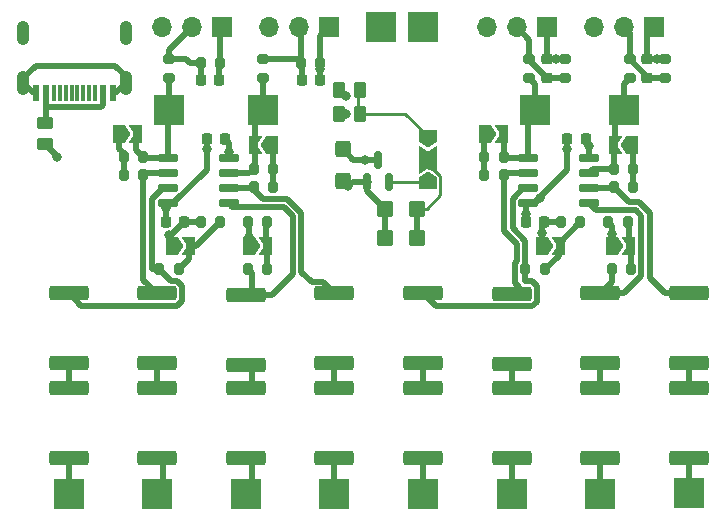
<source format=gbr>
%TF.GenerationSoftware,KiCad,Pcbnew,(6.0.4)*%
%TF.CreationDate,2023-01-21T01:53:35+00:00*%
%TF.ProjectId,Diff_probe,44696666-5f70-4726-9f62-652e6b696361,rev?*%
%TF.SameCoordinates,Original*%
%TF.FileFunction,Copper,L1,Top*%
%TF.FilePolarity,Positive*%
%FSLAX46Y46*%
G04 Gerber Fmt 4.6, Leading zero omitted, Abs format (unit mm)*
G04 Created by KiCad (PCBNEW (6.0.4)) date 2023-01-21 01:53:35*
%MOMM*%
%LPD*%
G01*
G04 APERTURE LIST*
G04 Aperture macros list*
%AMRoundRect*
0 Rectangle with rounded corners*
0 $1 Rounding radius*
0 $2 $3 $4 $5 $6 $7 $8 $9 X,Y pos of 4 corners*
0 Add a 4 corners polygon primitive as box body*
4,1,4,$2,$3,$4,$5,$6,$7,$8,$9,$2,$3,0*
0 Add four circle primitives for the rounded corners*
1,1,$1+$1,$2,$3*
1,1,$1+$1,$4,$5*
1,1,$1+$1,$6,$7*
1,1,$1+$1,$8,$9*
0 Add four rect primitives between the rounded corners*
20,1,$1+$1,$2,$3,$4,$5,0*
20,1,$1+$1,$4,$5,$6,$7,0*
20,1,$1+$1,$6,$7,$8,$9,0*
20,1,$1+$1,$8,$9,$2,$3,0*%
%AMFreePoly0*
4,1,6,1.000000,0.000000,0.500000,-0.750000,-0.500000,-0.750000,-0.500000,0.750000,0.500000,0.750000,1.000000,0.000000,1.000000,0.000000,$1*%
%AMFreePoly1*
4,1,7,0.700000,0.000000,1.200000,-0.750000,-1.200000,-0.750000,-0.700000,0.000000,-1.200000,0.750000,1.200000,0.750000,0.700000,0.000000,0.700000,0.000000,$1*%
%AMFreePoly2*
4,1,6,0.500000,-0.750000,-0.650000,-0.750000,-0.150000,0.000000,-0.650000,0.750000,0.500000,0.750000,0.500000,-0.750000,0.500000,-0.750000,$1*%
G04 Aperture macros list end*
%TA.AperFunction,SMDPad,CuDef*%
%ADD10RoundRect,0.250000X0.262500X0.450000X-0.262500X0.450000X-0.262500X-0.450000X0.262500X-0.450000X0*%
%TD*%
%TA.AperFunction,SMDPad,CuDef*%
%ADD11RoundRect,0.250000X-0.262500X-0.450000X0.262500X-0.450000X0.262500X0.450000X-0.262500X0.450000X0*%
%TD*%
%TA.AperFunction,SMDPad,CuDef*%
%ADD12FreePoly0,90.000000*%
%TD*%
%TA.AperFunction,SMDPad,CuDef*%
%ADD13FreePoly1,90.000000*%
%TD*%
%TA.AperFunction,SMDPad,CuDef*%
%ADD14FreePoly0,270.000000*%
%TD*%
%TA.AperFunction,SMDPad,CuDef*%
%ADD15RoundRect,0.200000X-0.200000X-0.275000X0.200000X-0.275000X0.200000X0.275000X-0.200000X0.275000X0*%
%TD*%
%TA.AperFunction,SMDPad,CuDef*%
%ADD16RoundRect,0.225000X0.225000X0.250000X-0.225000X0.250000X-0.225000X-0.250000X0.225000X-0.250000X0*%
%TD*%
%TA.AperFunction,ComponentPad*%
%ADD17R,2.500000X2.500000*%
%TD*%
%TA.AperFunction,ComponentPad*%
%ADD18R,1.700000X1.700000*%
%TD*%
%TA.AperFunction,ComponentPad*%
%ADD19O,1.700000X1.700000*%
%TD*%
%TA.AperFunction,SMDPad,CuDef*%
%ADD20FreePoly0,0.000000*%
%TD*%
%TA.AperFunction,SMDPad,CuDef*%
%ADD21FreePoly2,0.000000*%
%TD*%
%TA.AperFunction,SMDPad,CuDef*%
%ADD22RoundRect,0.225000X-0.250000X0.225000X-0.250000X-0.225000X0.250000X-0.225000X0.250000X0.225000X0*%
%TD*%
%TA.AperFunction,SMDPad,CuDef*%
%ADD23RoundRect,0.250000X1.425000X-0.362500X1.425000X0.362500X-1.425000X0.362500X-1.425000X-0.362500X0*%
%TD*%
%TA.AperFunction,SMDPad,CuDef*%
%ADD24RoundRect,0.200000X0.200000X0.275000X-0.200000X0.275000X-0.200000X-0.275000X0.200000X-0.275000X0*%
%TD*%
%TA.AperFunction,SMDPad,CuDef*%
%ADD25FreePoly0,180.000000*%
%TD*%
%TA.AperFunction,SMDPad,CuDef*%
%ADD26FreePoly2,180.000000*%
%TD*%
%TA.AperFunction,SMDPad,CuDef*%
%ADD27RoundRect,0.250000X-0.450000X0.262500X-0.450000X-0.262500X0.450000X-0.262500X0.450000X0.262500X0*%
%TD*%
%TA.AperFunction,SMDPad,CuDef*%
%ADD28RoundRect,0.200000X0.275000X-0.200000X0.275000X0.200000X-0.275000X0.200000X-0.275000X-0.200000X0*%
%TD*%
%TA.AperFunction,SMDPad,CuDef*%
%ADD29R,0.600000X1.450000*%
%TD*%
%TA.AperFunction,SMDPad,CuDef*%
%ADD30R,0.300000X1.450000*%
%TD*%
%TA.AperFunction,ComponentPad*%
%ADD31O,1.050000X2.100000*%
%TD*%
%TA.AperFunction,SMDPad,CuDef*%
%ADD32RoundRect,0.150000X-0.725000X-0.150000X0.725000X-0.150000X0.725000X0.150000X-0.725000X0.150000X0*%
%TD*%
%TA.AperFunction,SMDPad,CuDef*%
%ADD33RoundRect,0.250000X0.450000X0.425000X-0.450000X0.425000X-0.450000X-0.425000X0.450000X-0.425000X0*%
%TD*%
%TA.AperFunction,SMDPad,CuDef*%
%ADD34RoundRect,0.250000X-0.425000X0.450000X-0.425000X-0.450000X0.425000X-0.450000X0.425000X0.450000X0*%
%TD*%
%TA.AperFunction,SMDPad,CuDef*%
%ADD35RoundRect,0.150000X0.150000X-0.587500X0.150000X0.587500X-0.150000X0.587500X-0.150000X-0.587500X0*%
%TD*%
%TA.AperFunction,ViaPad*%
%ADD36C,0.800000*%
%TD*%
%TA.AperFunction,Conductor*%
%ADD37C,0.250000*%
%TD*%
%TA.AperFunction,Conductor*%
%ADD38C,0.500000*%
%TD*%
G04 APERTURE END LIST*
D10*
%TO.P,R42,1*%
%TO.N,Net-(R41-Pad2)*%
X152712500Y-26300000D03*
%TO.P,R42,2*%
%TO.N,GND*%
X150887500Y-26300000D03*
%TD*%
D11*
%TO.P,R41,1*%
%TO.N,+5V*%
X150887500Y-24300000D03*
%TO.P,R41,2*%
%TO.N,Net-(R41-Pad2)*%
X152712500Y-24300000D03*
%TD*%
D12*
%TO.P,JP9,1,A*%
%TO.N,Net-(U3-Pad2)*%
X158400000Y-32200000D03*
D13*
%TO.P,JP9,2,C*%
%TO.N,+2V5*%
X158400000Y-30200000D03*
D14*
%TO.P,JP9,3,B*%
%TO.N,Net-(R41-Pad2)*%
X158400000Y-28200000D03*
%TD*%
D15*
%TO.P,R32,1*%
%TO.N,+2V5*%
X173675000Y-35500000D03*
%TO.P,R32,2*%
%TO.N,Net-(JP6-Pad2)*%
X175325000Y-35500000D03*
%TD*%
D16*
%TO.P,C6,1*%
%TO.N,GND*%
X140775000Y-23500000D03*
%TO.P,C6,2*%
%TO.N,Output1*%
X139225000Y-23500000D03*
%TD*%
D17*
%TO.P,TP11,1,1*%
%TO.N,Net-(R23-Pad1)*%
X173000000Y-58500000D03*
%TD*%
D18*
%TO.P,J5,1,Pin_1*%
%TO.N,GND*%
X177525000Y-19000000D03*
D19*
%TO.P,J5,2,Pin_2*%
%TO.N,Output4*%
X174985000Y-19000000D03*
%TO.P,J5,3,Pin_3*%
%TO.N,+5V*%
X172445000Y-19000000D03*
%TD*%
D20*
%TO.P,JP3,1,A*%
%TO.N,+2V5*%
X143275000Y-37500000D03*
D21*
%TO.P,JP3,2,B*%
%TO.N,Net-(JP3-Pad2)*%
X144725000Y-37500000D03*
%TD*%
D17*
%TO.P,TP13,1,1*%
%TO.N,Net-(JP7-Pad2)*%
X167500000Y-26000000D03*
%TD*%
%TO.P,TP4,1,1*%
%TO.N,Net-(R2-Pad1)*%
X143000000Y-58500000D03*
%TD*%
%TO.P,TP9,1,1*%
%TO.N,Net-(R21-Pad1)*%
X158000000Y-58500000D03*
%TD*%
D22*
%TO.P,C10,1*%
%TO.N,GND*%
X168500000Y-21725000D03*
%TO.P,C10,2*%
%TO.N,Output3*%
X168500000Y-23275000D03*
%TD*%
D23*
%TO.P,R2,1*%
%TO.N,Net-(R2-Pad1)*%
X143000000Y-55462500D03*
%TO.P,R2,2*%
%TO.N,Net-(R13-Pad1)*%
X143000000Y-49537500D03*
%TD*%
D18*
%TO.P,J1,1,Pin_1*%
%TO.N,GND*%
X141000000Y-19000000D03*
D19*
%TO.P,J1,2,Pin_2*%
%TO.N,Output1*%
X138460000Y-19000000D03*
%TO.P,J1,3,Pin_3*%
%TO.N,+5V*%
X135920000Y-19000000D03*
%TD*%
D18*
%TO.P,J3,1,Pin_1*%
%TO.N,GND*%
X150025000Y-19000000D03*
D19*
%TO.P,J3,2,Pin_2*%
%TO.N,Output2*%
X147485000Y-19000000D03*
%TO.P,J3,3,Pin_3*%
%TO.N,+5V*%
X144945000Y-19000000D03*
%TD*%
D23*
%TO.P,R3,1*%
%TO.N,Net-(R3-Pad1)*%
X128000000Y-55462500D03*
%TO.P,R3,2*%
%TO.N,Net-(R1-Pad1)*%
X128000000Y-49537500D03*
%TD*%
D15*
%TO.P,R17,1*%
%TO.N,Net-(R14-Pad2)*%
X143675000Y-32500000D03*
%TO.P,R17,2*%
%TO.N,Net-(JP4-Pad1)*%
X145325000Y-32500000D03*
%TD*%
%TO.P,R30,1*%
%TO.N,+2V5*%
X169675000Y-35500000D03*
%TO.P,R30,2*%
%TO.N,Net-(JP5-Pad2)*%
X171325000Y-35500000D03*
%TD*%
D24*
%TO.P,R18,1*%
%TO.N,Net-(JP4-Pad1)*%
X145325000Y-31000000D03*
%TO.P,R18,2*%
%TO.N,Net-(JP4-Pad2)*%
X143675000Y-31000000D03*
%TD*%
D15*
%TO.P,R9,1*%
%TO.N,Net-(JP2-Pad1)*%
X132675000Y-30000000D03*
%TO.P,R9,2*%
%TO.N,Net-(JP2-Pad2)*%
X134325000Y-30000000D03*
%TD*%
D20*
%TO.P,JP1,1,A*%
%TO.N,+2V5*%
X136775000Y-37500000D03*
D21*
%TO.P,JP1,2,B*%
%TO.N,Net-(JP1-Pad2)*%
X138225000Y-37500000D03*
%TD*%
D25*
%TO.P,JP4,1,A*%
%TO.N,Net-(JP4-Pad1)*%
X145225000Y-29000000D03*
D26*
%TO.P,JP4,2,B*%
%TO.N,Net-(JP4-Pad2)*%
X143775000Y-29000000D03*
%TD*%
D15*
%TO.P,R29,1*%
%TO.N,Net-(R25-Pad2)*%
X166675000Y-39500000D03*
%TO.P,R29,2*%
%TO.N,Net-(JP5-Pad2)*%
X168325000Y-39500000D03*
%TD*%
%TO.P,R31,1*%
%TO.N,Net-(R27-Pad2)*%
X174000000Y-39500000D03*
%TO.P,R31,2*%
%TO.N,Net-(JP6-Pad2)*%
X175650000Y-39500000D03*
%TD*%
D20*
%TO.P,JP5,1,A*%
%TO.N,+2V5*%
X168050000Y-37500000D03*
D21*
%TO.P,JP5,2,B*%
%TO.N,Net-(JP5-Pad2)*%
X169500000Y-37500000D03*
%TD*%
D24*
%TO.P,R7,1*%
%TO.N,Net-(R5-Pad2)*%
X134325000Y-31500000D03*
%TO.P,R7,2*%
%TO.N,Net-(JP2-Pad1)*%
X132675000Y-31500000D03*
%TD*%
D23*
%TO.P,R13,1*%
%TO.N,Net-(R13-Pad1)*%
X143000000Y-47552500D03*
%TO.P,R13,2*%
%TO.N,Net-(R13-Pad2)*%
X143000000Y-41627500D03*
%TD*%
D27*
%TO.P,FB1,1*%
%TO.N,Net-(FB1-Pad1)*%
X126000000Y-27087500D03*
%TO.P,FB1,2*%
%TO.N,+5V*%
X126000000Y-28912500D03*
%TD*%
D23*
%TO.P,R27,1*%
%TO.N,Net-(R23-Pad2)*%
X173000000Y-47462500D03*
%TO.P,R27,2*%
%TO.N,Net-(R27-Pad2)*%
X173000000Y-41537500D03*
%TD*%
D28*
%TO.P,R38,1*%
%TO.N,Net-(JP8-Pad2)*%
X175500000Y-23325000D03*
%TO.P,R38,2*%
%TO.N,Output4*%
X175500000Y-21675000D03*
%TD*%
D18*
%TO.P,J4,1,Pin_1*%
%TO.N,GND*%
X168500000Y-19000000D03*
D19*
%TO.P,J4,2,Pin_2*%
%TO.N,Output3*%
X165960000Y-19000000D03*
%TO.P,J4,3,Pin_3*%
%TO.N,+5V*%
X163420000Y-19000000D03*
%TD*%
D29*
%TO.P,J2,A1B12,GND*%
%TO.N,GND*%
X131750000Y-24595000D03*
%TO.P,J2,A4B9,VBUS*%
%TO.N,Net-(FB1-Pad1)*%
X130950000Y-24595000D03*
D30*
%TO.P,J2,A5,CC1*%
%TO.N,unconnected-(J2-PadA5)*%
X129750000Y-24595000D03*
%TO.P,J2,A6,DP1*%
%TO.N,unconnected-(J2-PadA6)*%
X128750000Y-24595000D03*
%TO.P,J2,A7,DN1*%
%TO.N,unconnected-(J2-PadA7)*%
X128250000Y-24595000D03*
%TO.P,J2,A8,SBU1*%
%TO.N,unconnected-(J2-PadA8)*%
X127250000Y-24595000D03*
D29*
%TO.P,J2,B1A12,GND*%
%TO.N,GND*%
X125250000Y-24595000D03*
%TO.P,J2,B4A9,VBUS*%
%TO.N,Net-(FB1-Pad1)*%
X126050000Y-24595000D03*
D30*
%TO.P,J2,B5,CC2*%
%TO.N,unconnected-(J2-PadB5)*%
X126750000Y-24595000D03*
%TO.P,J2,B6,DP2*%
%TO.N,unconnected-(J2-PadB6)*%
X127750000Y-24595000D03*
%TO.P,J2,B7,DN2*%
%TO.N,unconnected-(J2-PadB7)*%
X129250000Y-24595000D03*
%TO.P,J2,B8,SBU2*%
%TO.N,unconnected-(J2-PadB8)*%
X130250000Y-24595000D03*
D31*
%TO.P,J2,S1,SHIELD*%
%TO.N,GND*%
X132820000Y-23680000D03*
%TO.P,J2,S2,SHIELD*%
X124180000Y-23680000D03*
%TO.P,J2,S3,SHIELD*%
X132820000Y-19500000D03*
%TO.P,J2,S4,SHIELD*%
X124180000Y-19500000D03*
%TD*%
D32*
%TO.P,U1,1*%
%TO.N,Net-(JP2-Pad2)*%
X136425000Y-30095000D03*
%TO.P,U1,2,-*%
%TO.N,Net-(R5-Pad2)*%
X136425000Y-31365000D03*
%TO.P,U1,3,+*%
%TO.N,Net-(R1-Pad2)*%
X136425000Y-32635000D03*
%TO.P,U1,4,V-*%
%TO.N,GND*%
X136425000Y-33905000D03*
%TO.P,U1,5,+*%
%TO.N,Net-(R13-Pad2)*%
X141575000Y-33905000D03*
%TO.P,U1,6,-*%
%TO.N,Net-(R14-Pad2)*%
X141575000Y-32635000D03*
%TO.P,U1,7*%
%TO.N,Net-(JP4-Pad2)*%
X141575000Y-31365000D03*
%TO.P,U1,8,V+*%
%TO.N,+5V*%
X141575000Y-30095000D03*
%TD*%
D23*
%TO.P,R4,1*%
%TO.N,Net-(R4-Pad1)*%
X135500000Y-55462500D03*
%TO.P,R4,2*%
%TO.N,Net-(R4-Pad2)*%
X135500000Y-49537500D03*
%TD*%
D17*
%TO.P,TP10,1,1*%
%TO.N,Net-(R22-Pad1)*%
X165500000Y-58500000D03*
%TD*%
D15*
%TO.P,R15,1*%
%TO.N,Net-(R13-Pad2)*%
X143175000Y-39500000D03*
%TO.P,R15,2*%
%TO.N,Net-(JP3-Pad2)*%
X144825000Y-39500000D03*
%TD*%
D28*
%TO.P,R19,1*%
%TO.N,Net-(JP4-Pad2)*%
X144500000Y-23325000D03*
%TO.P,R19,2*%
%TO.N,Output2*%
X144500000Y-21675000D03*
%TD*%
D23*
%TO.P,R23,1*%
%TO.N,Net-(R23-Pad1)*%
X173000000Y-55462500D03*
%TO.P,R23,2*%
%TO.N,Net-(R23-Pad2)*%
X173000000Y-49537500D03*
%TD*%
D25*
%TO.P,JP8,1,A*%
%TO.N,Net-(JP8-Pad1)*%
X175725000Y-29000000D03*
D26*
%TO.P,JP8,2,B*%
%TO.N,Net-(JP8-Pad2)*%
X174275000Y-29000000D03*
%TD*%
D23*
%TO.P,R25,1*%
%TO.N,Net-(R21-Pad2)*%
X158000000Y-47462500D03*
%TO.P,R25,2*%
%TO.N,Net-(R25-Pad2)*%
X158000000Y-41537500D03*
%TD*%
D15*
%TO.P,R11,1*%
%TO.N,Output1*%
X139175000Y-22000000D03*
%TO.P,R11,2*%
%TO.N,GND*%
X140825000Y-22000000D03*
%TD*%
D17*
%TO.P,TP1,1,1*%
%TO.N,Net-(R3-Pad1)*%
X128000000Y-58500000D03*
%TD*%
D16*
%TO.P,C9,1*%
%TO.N,GND*%
X149275000Y-23500000D03*
%TO.P,C9,2*%
%TO.N,Output2*%
X147725000Y-23500000D03*
%TD*%
D28*
%TO.P,R37,1*%
%TO.N,Net-(JP7-Pad2)*%
X167000000Y-23325000D03*
%TO.P,R37,2*%
%TO.N,Output3*%
X167000000Y-21675000D03*
%TD*%
%TO.P,R10,1*%
%TO.N,Net-(JP2-Pad2)*%
X136500000Y-23325000D03*
%TO.P,R10,2*%
%TO.N,Output1*%
X136500000Y-21675000D03*
%TD*%
D17*
%TO.P,TP8,1,1*%
%TO.N,GND*%
X154450000Y-19000000D03*
%TD*%
D16*
%TO.P,C5,1*%
%TO.N,+2V5*%
X168275000Y-35500000D03*
%TO.P,C5,2*%
%TO.N,GND*%
X166725000Y-35500000D03*
%TD*%
D28*
%TO.P,R40,1*%
%TO.N,Output4*%
X178500000Y-23325000D03*
%TO.P,R40,2*%
%TO.N,GND*%
X178500000Y-21675000D03*
%TD*%
D15*
%TO.P,R6,1*%
%TO.N,Net-(R1-Pad2)*%
X135675000Y-39500000D03*
%TO.P,R6,2*%
%TO.N,Net-(JP1-Pad2)*%
X137325000Y-39500000D03*
%TD*%
D23*
%TO.P,R24,1*%
%TO.N,Net-(R24-Pad1)*%
X180500000Y-55425000D03*
%TO.P,R24,2*%
%TO.N,Net-(R24-Pad2)*%
X180500000Y-49500000D03*
%TD*%
D28*
%TO.P,R39,1*%
%TO.N,Output3*%
X170000000Y-23325000D03*
%TO.P,R39,2*%
%TO.N,GND*%
X170000000Y-21675000D03*
%TD*%
D23*
%TO.P,R22,1*%
%TO.N,Net-(R22-Pad1)*%
X165500000Y-55500000D03*
%TO.P,R22,2*%
%TO.N,Net-(R22-Pad2)*%
X165500000Y-49575000D03*
%TD*%
D17*
%TO.P,TP6,1,1*%
%TO.N,Net-(JP4-Pad2)*%
X144500000Y-26000000D03*
%TD*%
D15*
%TO.P,R34,1*%
%TO.N,Net-(R28-Pad2)*%
X174175000Y-32500000D03*
%TO.P,R34,2*%
%TO.N,Net-(JP8-Pad1)*%
X175825000Y-32500000D03*
%TD*%
D24*
%TO.P,R33,1*%
%TO.N,Net-(R26-Pad2)*%
X164825000Y-31500000D03*
%TO.P,R33,2*%
%TO.N,Net-(JP7-Pad1)*%
X163175000Y-31500000D03*
%TD*%
D23*
%TO.P,R14,1*%
%TO.N,Net-(R12-Pad2)*%
X150500000Y-47462500D03*
%TO.P,R14,2*%
%TO.N,Net-(R14-Pad2)*%
X150500000Y-41537500D03*
%TD*%
D17*
%TO.P,TP14,1,1*%
%TO.N,Net-(JP8-Pad2)*%
X175000000Y-26000000D03*
%TD*%
D23*
%TO.P,R1,1*%
%TO.N,Net-(R1-Pad1)*%
X128000000Y-47462500D03*
%TO.P,R1,2*%
%TO.N,Net-(R1-Pad2)*%
X128000000Y-41537500D03*
%TD*%
D33*
%TO.P,C1,1*%
%TO.N,+2V5*%
X157500000Y-34362500D03*
%TO.P,C1,2*%
%TO.N,GND*%
X154800000Y-34362500D03*
%TD*%
D15*
%TO.P,R20,1*%
%TO.N,Output2*%
X147675000Y-22000000D03*
%TO.P,R20,2*%
%TO.N,GND*%
X149325000Y-22000000D03*
%TD*%
D16*
%TO.P,C7,1*%
%TO.N,+5V*%
X171775000Y-28500000D03*
%TO.P,C7,2*%
%TO.N,GND*%
X170225000Y-28500000D03*
%TD*%
D34*
%TO.P,C3,1*%
%TO.N,+5V*%
X151206250Y-29287500D03*
%TO.P,C3,2*%
%TO.N,GND*%
X151206250Y-31987500D03*
%TD*%
D22*
%TO.P,C11,1*%
%TO.N,GND*%
X177000000Y-21725000D03*
%TO.P,C11,2*%
%TO.N,Output4*%
X177000000Y-23275000D03*
%TD*%
D33*
%TO.P,C4,1*%
%TO.N,+2V5*%
X157500000Y-36862500D03*
%TO.P,C4,2*%
%TO.N,GND*%
X154800000Y-36862500D03*
%TD*%
D23*
%TO.P,R12,1*%
%TO.N,Net-(R12-Pad1)*%
X150500000Y-55462500D03*
%TO.P,R12,2*%
%TO.N,Net-(R12-Pad2)*%
X150500000Y-49537500D03*
%TD*%
D17*
%TO.P,TP7,1,1*%
%TO.N,+5V*%
X158000000Y-19000000D03*
%TD*%
D32*
%TO.P,U2,1*%
%TO.N,Net-(JP7-Pad2)*%
X166925000Y-30095000D03*
%TO.P,U2,2,-*%
%TO.N,Net-(R26-Pad2)*%
X166925000Y-31365000D03*
%TO.P,U2,3,+*%
%TO.N,Net-(R25-Pad2)*%
X166925000Y-32635000D03*
%TO.P,U2,4,V-*%
%TO.N,GND*%
X166925000Y-33905000D03*
%TO.P,U2,5,+*%
%TO.N,Net-(R27-Pad2)*%
X172075000Y-33905000D03*
%TO.P,U2,6,-*%
%TO.N,Net-(R28-Pad2)*%
X172075000Y-32635000D03*
%TO.P,U2,7*%
%TO.N,Net-(JP8-Pad2)*%
X172075000Y-31365000D03*
%TO.P,U2,8,V+*%
%TO.N,+5V*%
X172075000Y-30095000D03*
%TD*%
D17*
%TO.P,TP12,1,1*%
%TO.N,Net-(R24-Pad1)*%
X180500000Y-58462500D03*
%TD*%
D23*
%TO.P,R21,1*%
%TO.N,Net-(R21-Pad1)*%
X158000000Y-55500000D03*
%TO.P,R21,2*%
%TO.N,Net-(R21-Pad2)*%
X158000000Y-49575000D03*
%TD*%
D20*
%TO.P,JP6,1,A*%
%TO.N,+2V5*%
X174000000Y-37500000D03*
D21*
%TO.P,JP6,2,B*%
%TO.N,Net-(JP6-Pad2)*%
X175450000Y-37500000D03*
%TD*%
D17*
%TO.P,TP5,1,1*%
%TO.N,Net-(R12-Pad1)*%
X150500000Y-58500000D03*
%TD*%
D20*
%TO.P,JP2,1,A*%
%TO.N,Net-(JP2-Pad1)*%
X132275000Y-28000000D03*
D21*
%TO.P,JP2,2,B*%
%TO.N,Net-(JP2-Pad2)*%
X133725000Y-28000000D03*
%TD*%
D35*
%TO.P,U3,1,GND*%
%TO.N,GND*%
X153256250Y-32075000D03*
%TO.P,U3,2,VO*%
%TO.N,Net-(U3-Pad2)*%
X155156250Y-32075000D03*
%TO.P,U3,3,VI*%
%TO.N,+5V*%
X154206250Y-30200000D03*
%TD*%
D15*
%TO.P,R35,1*%
%TO.N,Net-(JP7-Pad1)*%
X163175000Y-30000000D03*
%TO.P,R35,2*%
%TO.N,Net-(JP7-Pad2)*%
X164825000Y-30000000D03*
%TD*%
D23*
%TO.P,R26,1*%
%TO.N,Net-(R22-Pad2)*%
X165500000Y-47500000D03*
%TO.P,R26,2*%
%TO.N,Net-(R26-Pad2)*%
X165500000Y-41575000D03*
%TD*%
%TO.P,R28,1*%
%TO.N,Net-(R24-Pad2)*%
X180500000Y-47395000D03*
%TO.P,R28,2*%
%TO.N,Net-(R28-Pad2)*%
X180500000Y-41470000D03*
%TD*%
D15*
%TO.P,R16,1*%
%TO.N,+2V5*%
X143175000Y-35500000D03*
%TO.P,R16,2*%
%TO.N,Net-(JP3-Pad2)*%
X144825000Y-35500000D03*
%TD*%
D16*
%TO.P,C8,1*%
%TO.N,+5V*%
X141275000Y-28500000D03*
%TO.P,C8,2*%
%TO.N,GND*%
X139725000Y-28500000D03*
%TD*%
D15*
%TO.P,R8,1*%
%TO.N,+2V5*%
X139175000Y-35500000D03*
%TO.P,R8,2*%
%TO.N,Net-(JP1-Pad2)*%
X140825000Y-35500000D03*
%TD*%
D23*
%TO.P,R5,1*%
%TO.N,Net-(R4-Pad2)*%
X135500000Y-47462500D03*
%TO.P,R5,2*%
%TO.N,Net-(R5-Pad2)*%
X135500000Y-41537500D03*
%TD*%
D20*
%TO.P,JP7,1,A*%
%TO.N,Net-(JP7-Pad1)*%
X163275000Y-28000000D03*
D21*
%TO.P,JP7,2,B*%
%TO.N,Net-(JP7-Pad2)*%
X164725000Y-28000000D03*
%TD*%
D17*
%TO.P,TP3,1,1*%
%TO.N,Net-(JP2-Pad2)*%
X136500000Y-26000000D03*
%TD*%
%TO.P,TP2,1,1*%
%TO.N,Net-(R4-Pad1)*%
X135500000Y-58500000D03*
%TD*%
D16*
%TO.P,C2,1*%
%TO.N,+2V5*%
X137775000Y-35500000D03*
%TO.P,C2,2*%
%TO.N,GND*%
X136225000Y-35500000D03*
%TD*%
D24*
%TO.P,R36,1*%
%TO.N,Net-(JP8-Pad1)*%
X175825000Y-31000000D03*
%TO.P,R36,2*%
%TO.N,Net-(JP8-Pad2)*%
X174175000Y-31000000D03*
%TD*%
D36*
%TO.N,GND*%
X151500000Y-26300000D03*
%TO.N,+5V*%
X151525500Y-24800000D03*
%TO.N,+2V5*%
X143275000Y-36725000D03*
X136504845Y-36572675D03*
X157500000Y-34362500D03*
X168050000Y-36450000D03*
X174000000Y-36500000D03*
%TO.N,GND*%
X169275000Y-21725000D03*
X166725000Y-34775000D03*
X177825000Y-21675000D03*
X170225000Y-29275000D03*
X151675000Y-32456250D03*
X139725000Y-29275000D03*
X153256250Y-32075000D03*
X149275000Y-22500000D03*
X136225000Y-34275000D03*
X167927223Y-33481346D03*
%TO.N,+5V*%
X172075000Y-29075000D03*
X141575000Y-29575000D03*
X153081250Y-30200000D03*
X127000000Y-30000000D03*
X151375000Y-29456250D03*
%TD*%
D37*
%TO.N,+2V5*%
X158337500Y-34362500D02*
X157500000Y-34362500D01*
X159474520Y-31565580D02*
X159474520Y-33225480D01*
X158784420Y-30875480D02*
X159474520Y-31565580D01*
X159474520Y-33225480D02*
X158337500Y-34362500D01*
X158400000Y-30875480D02*
X158784420Y-30875480D01*
X158400000Y-30200000D02*
X158400000Y-30875480D01*
%TO.N,Net-(R41-Pad2)*%
X156500000Y-26300000D02*
X158400000Y-28200000D01*
%TO.N,Net-(U3-Pad2)*%
X155156250Y-32075000D02*
X158275000Y-32075000D01*
X158275000Y-32075000D02*
X158400000Y-32200000D01*
%TO.N,Net-(R41-Pad2)*%
X152525000Y-26300000D02*
X156500000Y-26300000D01*
%TO.N,GND*%
X150875000Y-26300000D02*
X151500000Y-26300000D01*
%TO.N,Net-(R41-Pad2)*%
X152525000Y-24800000D02*
X152525000Y-26300000D01*
%TO.N,+5V*%
X150875000Y-24800000D02*
X151525500Y-24800000D01*
D38*
%TO.N,GND*%
X152056250Y-32075000D02*
X151675000Y-32456250D01*
X153256250Y-32075000D02*
X152056250Y-32075000D01*
X153256250Y-32818750D02*
X153256250Y-32075000D01*
X154800000Y-34362500D02*
X153256250Y-32818750D01*
%TO.N,+2V5*%
X139175000Y-35500000D02*
X137775000Y-35500000D01*
X136504845Y-36572675D02*
X136702325Y-36572675D01*
X157500000Y-36862500D02*
X157500000Y-34362500D01*
X174000000Y-35825000D02*
X173675000Y-35500000D01*
X168050000Y-35725000D02*
X168275000Y-35500000D01*
X143275000Y-35600000D02*
X143275000Y-36725000D01*
X136775000Y-36842830D02*
X136775000Y-37500000D01*
X143175000Y-35500000D02*
X143275000Y-35600000D01*
X136504845Y-36572675D02*
X136775000Y-36842830D01*
X174000000Y-37500000D02*
X174000000Y-35825000D01*
X169675000Y-35500000D02*
X168275000Y-35500000D01*
X143275000Y-37500000D02*
X143275000Y-36725000D01*
X136702325Y-36572675D02*
X137775000Y-35500000D01*
X168050000Y-37500000D02*
X168050000Y-35725000D01*
%TO.N,GND*%
X131905000Y-24595000D02*
X132820000Y-23680000D01*
X136425000Y-33905000D02*
X136425000Y-34075000D01*
X149275000Y-23500000D02*
X149275000Y-22050000D01*
X168500000Y-21725000D02*
X169950000Y-21725000D01*
X139725000Y-29275000D02*
X139725000Y-31057849D01*
X132820000Y-23155000D02*
X131965479Y-22300479D01*
X139725000Y-31057849D02*
X136877849Y-33905000D01*
X140775000Y-22050000D02*
X140825000Y-22000000D01*
X149325000Y-19700000D02*
X150025000Y-19000000D01*
X177050000Y-21675000D02*
X177000000Y-21725000D01*
X166725000Y-34105000D02*
X166925000Y-33905000D01*
X136425000Y-34075000D02*
X136225000Y-34275000D01*
X166925000Y-33905000D02*
X167503569Y-33905000D01*
X178500000Y-21675000D02*
X177050000Y-21675000D01*
X170225000Y-31057849D02*
X167377849Y-33905000D01*
X149325000Y-22000000D02*
X149325000Y-19700000D01*
X177000000Y-19525000D02*
X177525000Y-19000000D01*
X140825000Y-22000000D02*
X140825000Y-19175000D01*
X136877849Y-33905000D02*
X136425000Y-33905000D01*
X136225000Y-35500000D02*
X136225000Y-34275000D01*
X125199521Y-22300479D02*
X124180000Y-23320000D01*
X140775000Y-23500000D02*
X140775000Y-22050000D01*
X170225000Y-28500000D02*
X170225000Y-29275000D01*
X170225000Y-29275000D02*
X170225000Y-31057849D01*
X169950000Y-21725000D02*
X170000000Y-21675000D01*
X124180000Y-23320000D02*
X124180000Y-23680000D01*
X139725000Y-28500000D02*
X139725000Y-29275000D01*
X177000000Y-21725000D02*
X177000000Y-19525000D01*
X125095000Y-24595000D02*
X124180000Y-23680000D01*
X167503569Y-33905000D02*
X167927223Y-33481346D01*
X167377849Y-33905000D02*
X166925000Y-33905000D01*
X154800000Y-36862500D02*
X154800000Y-34362500D01*
X168500000Y-21725000D02*
X168500000Y-19000000D01*
X131965479Y-22300479D02*
X125199521Y-22300479D01*
X166725000Y-35500000D02*
X166725000Y-34105000D01*
X140825000Y-19175000D02*
X141000000Y-19000000D01*
X149275000Y-22050000D02*
X149325000Y-22000000D01*
X151206250Y-31987500D02*
X151675000Y-32456250D01*
X125250000Y-24595000D02*
X125095000Y-24595000D01*
X131750000Y-24595000D02*
X131905000Y-24595000D01*
%TO.N,+5V*%
X153081250Y-30200000D02*
X152118750Y-30200000D01*
X152118750Y-30200000D02*
X151375000Y-29456250D01*
X151375000Y-29456250D02*
X151206250Y-29287500D01*
X172075000Y-30095000D02*
X172075000Y-28800000D01*
X126850000Y-29850000D02*
X127000000Y-30000000D01*
X126000000Y-28912500D02*
X126850000Y-29762500D01*
X172075000Y-28800000D02*
X171775000Y-28500000D01*
X141575000Y-28800000D02*
X141275000Y-28500000D01*
X126850000Y-29762500D02*
X126850000Y-29850000D01*
X154206250Y-30200000D02*
X153081250Y-30200000D01*
X141575000Y-30095000D02*
X141575000Y-28800000D01*
%TO.N,Output1*%
X139175000Y-22000000D02*
X138275000Y-22000000D01*
X138275000Y-22000000D02*
X137950000Y-21675000D01*
X137950000Y-21675000D02*
X136500000Y-21675000D01*
X139175000Y-23450000D02*
X139175000Y-22000000D01*
X139225000Y-23500000D02*
X139175000Y-23450000D01*
X136500000Y-21675000D02*
X136500000Y-20960000D01*
X136500000Y-20960000D02*
X138460000Y-19000000D01*
%TO.N,Net-(R1-Pad1)*%
X128000000Y-49537500D02*
X128000000Y-47462500D01*
%TO.N,Net-(R1-Pad2)*%
X129062020Y-42599520D02*
X128000000Y-41537500D01*
X135675000Y-39500000D02*
X135100480Y-39500000D01*
X135100480Y-39500000D02*
X135100480Y-33506671D01*
X137214750Y-42599520D02*
X129062020Y-42599520D01*
X135675000Y-39500000D02*
X136650480Y-40475480D01*
X136650480Y-40475480D02*
X137214750Y-40475480D01*
X135972151Y-32635000D02*
X136425000Y-32635000D01*
X137214750Y-40475480D02*
X137624520Y-40885250D01*
X137624520Y-42189750D02*
X137214750Y-42599520D01*
X137624520Y-40885250D02*
X137624520Y-42189750D01*
X135100480Y-33506671D02*
X135972151Y-32635000D01*
%TO.N,Net-(R3-Pad1)*%
X128000000Y-55462500D02*
X128000000Y-58500000D01*
%TO.N,Net-(R4-Pad1)*%
X135500000Y-55462500D02*
X136000000Y-55962500D01*
X136000000Y-55962500D02*
X136000000Y-57500000D01*
%TO.N,Net-(R4-Pad2)*%
X135500000Y-49537500D02*
X135500000Y-47462500D01*
%TO.N,Net-(R5-Pad2)*%
X134325000Y-40362500D02*
X134325000Y-31500000D01*
X135500000Y-41537500D02*
X134325000Y-40362500D01*
X134460000Y-31365000D02*
X134325000Y-31500000D01*
X136425000Y-31365000D02*
X134460000Y-31365000D01*
%TO.N,Net-(JP1-Pad2)*%
X140825000Y-35500000D02*
X138825000Y-37500000D01*
X137325000Y-39500000D02*
X138225000Y-38600000D01*
X138225000Y-38600000D02*
X138225000Y-37500000D01*
X138825000Y-37500000D02*
X138225000Y-37500000D01*
%TO.N,Net-(JP2-Pad1)*%
X132275000Y-29275000D02*
X132275000Y-28000000D01*
X132675000Y-30000000D02*
X132675000Y-29675000D01*
X132675000Y-29675000D02*
X132275000Y-29275000D01*
X132675000Y-31500000D02*
X132675000Y-30000000D01*
%TO.N,Net-(JP2-Pad2)*%
X134420000Y-30095000D02*
X134325000Y-30000000D01*
X136425000Y-26075000D02*
X136500000Y-26000000D01*
X136500000Y-26000000D02*
X136500000Y-23325000D01*
X133725000Y-29400000D02*
X134325000Y-30000000D01*
X136425000Y-30095000D02*
X136425000Y-26075000D01*
X133725000Y-28000000D02*
X133725000Y-29400000D01*
X136425000Y-30095000D02*
X134420000Y-30095000D01*
%TO.N,Net-(FB1-Pad1)*%
X126050000Y-24595000D02*
X126050000Y-25669022D01*
X126050000Y-27037500D02*
X126050000Y-24595000D01*
X126050000Y-25669022D02*
X126150489Y-25769511D01*
X130730489Y-25769511D02*
X130950000Y-25550000D01*
X126150489Y-25769511D02*
X130730489Y-25769511D01*
X126000000Y-27087500D02*
X126050000Y-27037500D01*
X130950000Y-25550000D02*
X130950000Y-24595000D01*
%TO.N,Net-(JP3-Pad2)*%
X144725000Y-37500000D02*
X144725000Y-35600000D01*
X144725000Y-35600000D02*
X144825000Y-35500000D01*
X144825000Y-39500000D02*
X144825000Y-37600000D01*
X144825000Y-37600000D02*
X144725000Y-37500000D01*
%TO.N,Net-(JP4-Pad1)*%
X145325000Y-29100000D02*
X145225000Y-29000000D01*
X145325000Y-31000000D02*
X145325000Y-29100000D01*
X145325000Y-32500000D02*
X145325000Y-31000000D01*
%TO.N,Net-(JP4-Pad2)*%
X143775000Y-29225000D02*
X143775000Y-26725000D01*
X143775000Y-29000000D02*
X143775000Y-29225000D01*
X144500000Y-26000000D02*
X144500000Y-23325000D01*
X143775000Y-30900000D02*
X143675000Y-31000000D01*
X143775000Y-26725000D02*
X144500000Y-26000000D01*
X143775000Y-29225000D02*
X143775000Y-30900000D01*
X143310000Y-31365000D02*
X141575000Y-31365000D01*
X143675000Y-31000000D02*
X143310000Y-31365000D01*
%TO.N,Net-(R2-Pad1)*%
X143500000Y-58500000D02*
X143500000Y-55462500D01*
%TO.N,Net-(R13-Pad1)*%
X143500000Y-49537500D02*
X143500000Y-47552500D01*
%TO.N,Net-(R12-Pad1)*%
X150500000Y-58500000D02*
X150500000Y-55462500D01*
%TO.N,Net-(R12-Pad2)*%
X150500000Y-49537500D02*
X150500000Y-47462500D01*
%TO.N,Net-(R13-Pad2)*%
X143500000Y-41627500D02*
X145231780Y-41627500D01*
X147000000Y-39859280D02*
X147000000Y-35000000D01*
X143500000Y-39825000D02*
X143175000Y-39500000D01*
X141869520Y-34199520D02*
X141575000Y-33905000D01*
X145231780Y-41627500D02*
X147000000Y-39859280D01*
X143500000Y-41627500D02*
X143500000Y-39825000D01*
X147000000Y-35000000D02*
X146199520Y-34199520D01*
X146199520Y-34199520D02*
X141869520Y-34199520D01*
%TO.N,Net-(R14-Pad2)*%
X148565480Y-40565480D02*
X147699520Y-39699520D01*
X147699519Y-34710249D02*
X146489270Y-33500000D01*
X146489270Y-33500000D02*
X144431441Y-33500000D01*
X143675000Y-32500000D02*
X143540000Y-32635000D01*
X144431441Y-33500000D02*
X143566441Y-32635000D01*
X143540000Y-32635000D02*
X141575000Y-32635000D01*
X143566441Y-32635000D02*
X141575000Y-32635000D01*
X150500000Y-41537500D02*
X149527980Y-40565480D01*
X147699520Y-39699520D02*
X147699519Y-34710249D01*
X149527980Y-40565480D02*
X148565480Y-40565480D01*
%TO.N,Output2*%
X147350000Y-21675000D02*
X147675000Y-22000000D01*
X147725000Y-23500000D02*
X147725000Y-22050000D01*
X147675000Y-19190000D02*
X147485000Y-19000000D01*
X144500000Y-21675000D02*
X147350000Y-21675000D01*
X147675000Y-22000000D02*
X147675000Y-19190000D01*
X147725000Y-22050000D02*
X147675000Y-22000000D01*
%TO.N,Output3*%
X168550000Y-23325000D02*
X168500000Y-23275000D01*
X167000000Y-21675000D02*
X167000000Y-20040000D01*
X167000000Y-21675000D02*
X167000000Y-21775000D01*
X170000000Y-23325000D02*
X168550000Y-23325000D01*
X167000000Y-20040000D02*
X165960000Y-19000000D01*
X167000000Y-21775000D02*
X168500000Y-23275000D01*
%TO.N,Output4*%
X177000000Y-23275000D02*
X178450000Y-23275000D01*
X177000000Y-23175000D02*
X175500000Y-21675000D01*
X177000000Y-23275000D02*
X177000000Y-23175000D01*
X175500000Y-21675000D02*
X175500000Y-19515000D01*
X175500000Y-19515000D02*
X174985000Y-19000000D01*
X178450000Y-23275000D02*
X178500000Y-23325000D01*
%TO.N,Net-(JP5-Pad2)*%
X169500000Y-38325000D02*
X169500000Y-37500000D01*
X169500000Y-37500000D02*
X169500000Y-37325000D01*
X168325000Y-39500000D02*
X169500000Y-38325000D01*
X169500000Y-37325000D02*
X171325000Y-35500000D01*
%TO.N,Net-(JP6-Pad2)*%
X175650000Y-39500000D02*
X175650000Y-37700000D01*
X175450000Y-35625000D02*
X175325000Y-35500000D01*
X175450000Y-37500000D02*
X175450000Y-35625000D01*
X175650000Y-37700000D02*
X175450000Y-37500000D01*
%TO.N,Net-(JP7-Pad1)*%
X163175000Y-31500000D02*
X163175000Y-30000000D01*
X163175000Y-28100000D02*
X163275000Y-28000000D01*
X163175000Y-30000000D02*
X163175000Y-28100000D01*
%TO.N,Net-(JP7-Pad2)*%
X164825000Y-30000000D02*
X164825000Y-28100000D01*
X167500000Y-23825000D02*
X167000000Y-23325000D01*
X166925000Y-26575000D02*
X167500000Y-26000000D01*
X164825000Y-28100000D02*
X164725000Y-28000000D01*
X164920000Y-30095000D02*
X164825000Y-30000000D01*
X167500000Y-26000000D02*
X167500000Y-23825000D01*
X166925000Y-30095000D02*
X164920000Y-30095000D01*
X166925000Y-30095000D02*
X166925000Y-26575000D01*
%TO.N,Net-(JP8-Pad1)*%
X175825000Y-29100000D02*
X175725000Y-29000000D01*
X175825000Y-31000000D02*
X175825000Y-29100000D01*
X175825000Y-32500000D02*
X175825000Y-31000000D01*
%TO.N,Net-(JP8-Pad2)*%
X175000000Y-26000000D02*
X175000000Y-23825000D01*
X174175000Y-31000000D02*
X174175000Y-29100000D01*
X175000000Y-23825000D02*
X175500000Y-23325000D01*
X174275000Y-29000000D02*
X174275000Y-26725000D01*
X174175000Y-29100000D02*
X174275000Y-29000000D01*
X174275000Y-26725000D02*
X175000000Y-26000000D01*
X172440000Y-31000000D02*
X172075000Y-31365000D01*
X174175000Y-31000000D02*
X172440000Y-31000000D01*
%TO.N,Net-(R21-Pad1)*%
X158000000Y-58500000D02*
X158000000Y-55500000D01*
%TO.N,Net-(R21-Pad2)*%
X158000000Y-49575000D02*
X158000000Y-47462500D01*
%TO.N,Net-(R22-Pad1)*%
X165500000Y-58500000D02*
X165500000Y-55500000D01*
%TO.N,Net-(R22-Pad2)*%
X165500000Y-49575000D02*
X165500000Y-47500000D01*
%TO.N,Net-(R23-Pad1)*%
X173000000Y-58500000D02*
X173000000Y-55462500D01*
%TO.N,Net-(R23-Pad2)*%
X173000000Y-49537500D02*
X173000000Y-47462500D01*
%TO.N,Net-(R24-Pad1)*%
X180500000Y-58462500D02*
X180500000Y-55425000D01*
%TO.N,Net-(R24-Pad2)*%
X180500000Y-49500000D02*
X180500000Y-47395000D01*
%TO.N,Net-(R25-Pad2)*%
X165600480Y-33506671D02*
X166472151Y-32635000D01*
X167624520Y-40922750D02*
X167624520Y-42227250D01*
X167214750Y-40512980D02*
X167624520Y-40922750D01*
X165600480Y-36012980D02*
X165600480Y-33506671D01*
X166675000Y-37087500D02*
X165600480Y-36012980D01*
X166472151Y-32635000D02*
X166925000Y-32635000D01*
X166675000Y-39500000D02*
X166675000Y-37087500D01*
X167624520Y-42227250D02*
X167214750Y-42637020D01*
X166675000Y-40512980D02*
X167214750Y-40512980D01*
X166675000Y-39500000D02*
X166675000Y-40512980D01*
X167214750Y-42637020D02*
X159099520Y-42637020D01*
X159099520Y-42637020D02*
X158000000Y-41537500D01*
%TO.N,Net-(R26-Pad2)*%
X165975480Y-38805961D02*
X165975480Y-37377250D01*
X164825000Y-36226770D02*
X164825000Y-31500000D01*
X166123875Y-40951125D02*
X165825480Y-40652730D01*
X164825000Y-31500000D02*
X164960000Y-31365000D01*
X165975480Y-37377250D02*
X164825000Y-36226770D01*
X165825480Y-40652730D02*
X165825480Y-38955961D01*
X165825480Y-38955961D02*
X165975480Y-38805961D01*
X164960000Y-31365000D02*
X166925000Y-31365000D01*
X165500000Y-41575000D02*
X166123875Y-40951125D01*
%TO.N,Net-(R27-Pad2)*%
X175006059Y-41537500D02*
X176499520Y-40044039D01*
X173000000Y-41537500D02*
X175006059Y-41537500D01*
X176000000Y-34500000D02*
X172670000Y-34500000D01*
X174000000Y-40537500D02*
X174000000Y-39825000D01*
X173000000Y-41537500D02*
X174000000Y-40537500D01*
X172670000Y-34500000D02*
X172075000Y-33905000D01*
X176499520Y-34999520D02*
X176000000Y-34500000D01*
X176499520Y-40044039D02*
X176499520Y-34999520D01*
%TO.N,Net-(R28-Pad2)*%
X178470000Y-41470000D02*
X177199039Y-40199039D01*
X177199039Y-40199039D02*
X177199039Y-34709769D01*
X177199039Y-34709769D02*
X176289750Y-33800480D01*
X174040000Y-32635000D02*
X172075000Y-32635000D01*
X175475480Y-33800480D02*
X174175000Y-32500000D01*
X176289750Y-33800480D02*
X175475480Y-33800480D01*
X174175000Y-32500000D02*
X174040000Y-32635000D01*
X180500000Y-41470000D02*
X178470000Y-41470000D01*
%TD*%
M02*

</source>
